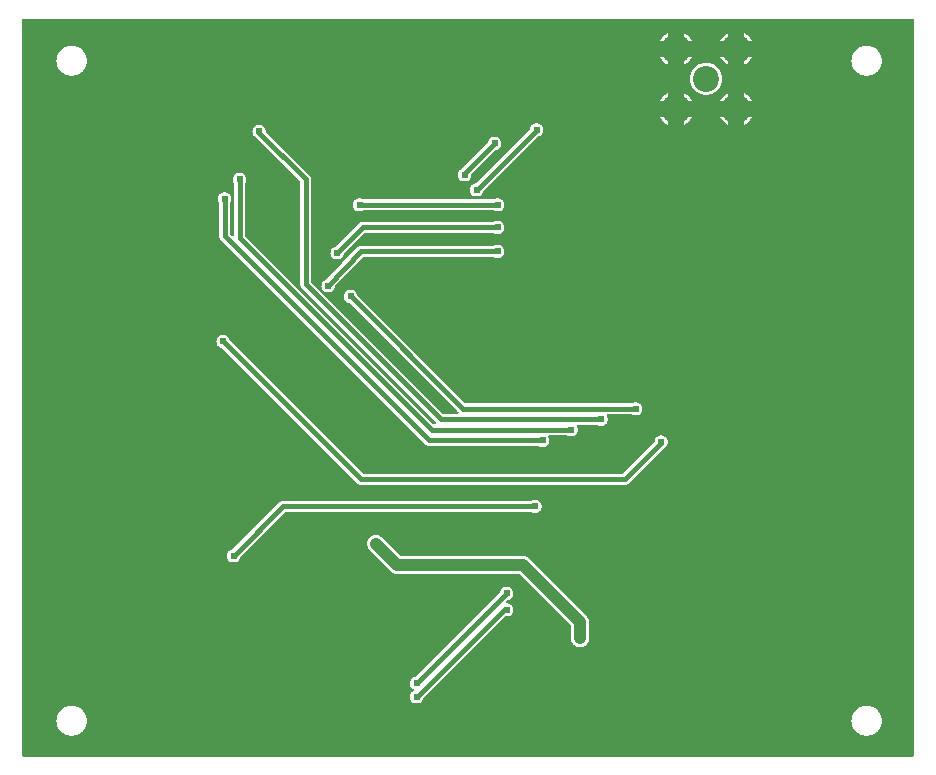
<source format=gbl>
G04 Layer: BottomLayer*
G04 EasyEDA v6.5.23, 2023-05-23 22:52:14*
G04 b64d56a2c64b479e9c3a0f4ea2cfd69e,619bf967d5dd4da89e17e2f86567f5d7,10*
G04 Gerber Generator version 0.2*
G04 Scale: 100 percent, Rotated: No, Reflected: No *
G04 Dimensions in millimeters *
G04 leading zeros omitted , absolute positions ,4 integer and 5 decimal *
%FSLAX45Y45*%
%MOMM*%

%ADD10C,1.0000*%
%ADD11C,0.4000*%
%ADD12C,2.2000*%
%ADD13C,2.5000*%
%ADD14C,0.6096*%
%ADD15C,0.0106*%

%LPD*%
G36*
X736092Y3125978D02*
G01*
X732180Y3126740D01*
X728929Y3128975D01*
X726694Y3132226D01*
X725932Y3136138D01*
X725932Y9363964D01*
X726694Y9367875D01*
X728929Y9371126D01*
X732180Y9373362D01*
X736092Y9374124D01*
X8263890Y9374124D01*
X8267801Y9373362D01*
X8271052Y9371126D01*
X8273288Y9367875D01*
X8274050Y9363964D01*
X8274050Y3136138D01*
X8273288Y3132226D01*
X8271052Y3128975D01*
X8267801Y3126740D01*
X8263890Y3125978D01*
G37*

%LPC*%
G36*
X7874000Y3301492D02*
G01*
X7889392Y3302457D01*
X7904530Y3305200D01*
X7919212Y3309772D01*
X7933232Y3316122D01*
X7946440Y3324098D01*
X7958531Y3333597D01*
X7969402Y3344468D01*
X7978902Y3356559D01*
X7986877Y3369767D01*
X7993227Y3383787D01*
X7997799Y3398469D01*
X8000542Y3413607D01*
X8001508Y3429000D01*
X8000542Y3444392D01*
X7997799Y3459530D01*
X7993227Y3474212D01*
X7986877Y3488232D01*
X7978902Y3501440D01*
X7969402Y3513531D01*
X7958531Y3524402D01*
X7946440Y3533901D01*
X7933232Y3541877D01*
X7919212Y3548227D01*
X7904530Y3552799D01*
X7889392Y3555542D01*
X7874000Y3556508D01*
X7858607Y3555542D01*
X7843469Y3552799D01*
X7828788Y3548227D01*
X7814767Y3541877D01*
X7801559Y3533901D01*
X7789468Y3524402D01*
X7778597Y3513531D01*
X7769098Y3501440D01*
X7761122Y3488232D01*
X7754772Y3474212D01*
X7750200Y3459530D01*
X7747457Y3444392D01*
X7746492Y3429000D01*
X7747457Y3413607D01*
X7750200Y3398469D01*
X7754772Y3383787D01*
X7761122Y3369767D01*
X7769098Y3356559D01*
X7778597Y3344468D01*
X7789468Y3333597D01*
X7801559Y3324098D01*
X7814767Y3316122D01*
X7828788Y3309772D01*
X7843469Y3305200D01*
X7858607Y3302457D01*
G37*
G36*
X1143000Y3301492D02*
G01*
X1158392Y3302457D01*
X1173530Y3305200D01*
X1188212Y3309772D01*
X1202232Y3316122D01*
X1215440Y3324098D01*
X1227531Y3333597D01*
X1238402Y3344468D01*
X1247902Y3356559D01*
X1255877Y3369767D01*
X1262227Y3383787D01*
X1266799Y3398469D01*
X1269542Y3413607D01*
X1270508Y3429000D01*
X1269542Y3444392D01*
X1266799Y3459530D01*
X1262227Y3474212D01*
X1255877Y3488232D01*
X1247902Y3501440D01*
X1238402Y3513531D01*
X1227531Y3524402D01*
X1215440Y3533901D01*
X1202232Y3541877D01*
X1188212Y3548227D01*
X1173530Y3552799D01*
X1158392Y3555542D01*
X1143000Y3556508D01*
X1127607Y3555542D01*
X1112469Y3552799D01*
X1097788Y3548227D01*
X1083767Y3541877D01*
X1070559Y3533901D01*
X1058468Y3524402D01*
X1047597Y3513531D01*
X1038098Y3501440D01*
X1030122Y3488232D01*
X1023772Y3474212D01*
X1019200Y3459530D01*
X1016457Y3444392D01*
X1015492Y3429000D01*
X1016457Y3413607D01*
X1019200Y3398469D01*
X1023772Y3383787D01*
X1030122Y3369767D01*
X1038098Y3356559D01*
X1047597Y3344468D01*
X1058468Y3333597D01*
X1070559Y3324098D01*
X1083767Y3316122D01*
X1097788Y3309772D01*
X1112469Y3305200D01*
X1127607Y3302457D01*
G37*
G36*
X4064000Y3575862D02*
G01*
X4073804Y3576726D01*
X4083253Y3579266D01*
X4092194Y3583381D01*
X4100220Y3589020D01*
X4107179Y3595979D01*
X4112818Y3604006D01*
X4116933Y3612946D01*
X4118914Y3620262D01*
X4119930Y3622700D01*
X4121556Y3624834D01*
X4807204Y4310481D01*
X4810912Y4312818D01*
X4815281Y4313377D01*
X4826000Y4312462D01*
X4835804Y4313326D01*
X4845253Y4315866D01*
X4854194Y4319981D01*
X4862220Y4325620D01*
X4869180Y4332579D01*
X4874818Y4340606D01*
X4878933Y4349546D01*
X4881473Y4358995D01*
X4882337Y4368800D01*
X4881473Y4378604D01*
X4878933Y4388053D01*
X4874818Y4396994D01*
X4869180Y4405020D01*
X4862220Y4411980D01*
X4854194Y4417618D01*
X4845253Y4421733D01*
X4835804Y4424273D01*
X4830775Y4424730D01*
X4827066Y4425797D01*
X4824069Y4428083D01*
X4822088Y4431385D01*
X4821478Y4435144D01*
X4822342Y4438853D01*
X4824476Y4442053D01*
X4833366Y4450943D01*
X4835499Y4452569D01*
X4837938Y4453585D01*
X4845253Y4455566D01*
X4854194Y4459681D01*
X4862220Y4465320D01*
X4869180Y4472279D01*
X4874818Y4480306D01*
X4878933Y4489246D01*
X4881473Y4498695D01*
X4882337Y4508500D01*
X4881473Y4518304D01*
X4878933Y4527753D01*
X4874818Y4536694D01*
X4869180Y4544720D01*
X4862220Y4551680D01*
X4854194Y4557318D01*
X4845253Y4561433D01*
X4835804Y4563973D01*
X4826000Y4564837D01*
X4816195Y4563973D01*
X4806746Y4561433D01*
X4797806Y4557318D01*
X4789779Y4551680D01*
X4782820Y4544720D01*
X4777181Y4536694D01*
X4773066Y4527753D01*
X4771085Y4520438D01*
X4770069Y4517999D01*
X4768443Y4515866D01*
X4056634Y3804056D01*
X4054500Y3802430D01*
X4052062Y3801414D01*
X4044746Y3799433D01*
X4035806Y3795318D01*
X4027779Y3789679D01*
X4020820Y3782720D01*
X4015181Y3774694D01*
X4011066Y3765753D01*
X4008526Y3756304D01*
X4007662Y3746500D01*
X4008526Y3736695D01*
X4011066Y3727246D01*
X4015181Y3718306D01*
X4020820Y3710279D01*
X4027779Y3703320D01*
X4035856Y3697681D01*
X4038549Y3694887D01*
X4040022Y3691280D01*
X4040022Y3687419D01*
X4038549Y3683812D01*
X4035856Y3681018D01*
X4027779Y3675379D01*
X4020820Y3668420D01*
X4015181Y3660394D01*
X4011066Y3651453D01*
X4008526Y3642004D01*
X4007662Y3632200D01*
X4008526Y3622395D01*
X4011066Y3612946D01*
X4015181Y3604006D01*
X4020820Y3595979D01*
X4027779Y3589020D01*
X4035806Y3583381D01*
X4044746Y3579266D01*
X4054195Y3576726D01*
G37*
G36*
X5442610Y4051808D02*
G01*
X5453989Y4051808D01*
X5465165Y4053535D01*
X5476036Y4056887D01*
X5486247Y4061764D01*
X5495594Y4068165D01*
X5503926Y4075887D01*
X5510987Y4084777D01*
X5516676Y4094581D01*
X5520791Y4105148D01*
X5523331Y4116171D01*
X5524195Y4127855D01*
X5524144Y4269841D01*
X5523331Y4278680D01*
X5522925Y4281119D01*
X5520791Y4289755D01*
X5520029Y4292092D01*
X5516626Y4300321D01*
X5515508Y4302506D01*
X5510885Y4310126D01*
X5503824Y4318965D01*
X5017465Y4805324D01*
X5008626Y4812385D01*
X5001006Y4817008D01*
X4998821Y4818126D01*
X4990592Y4821529D01*
X4988255Y4822291D01*
X4979619Y4824425D01*
X4977180Y4824831D01*
X4968341Y4825644D01*
X3934561Y4825695D01*
X3930650Y4826457D01*
X3927348Y4828692D01*
X3775049Y4980990D01*
X3766159Y4988661D01*
X3756558Y4994706D01*
X3746144Y4999228D01*
X3735222Y5002174D01*
X3723944Y5003444D01*
X3712616Y5002987D01*
X3701440Y5000904D01*
X3690772Y4997145D01*
X3680714Y4991862D01*
X3671620Y4985105D01*
X3663594Y4977079D01*
X3656837Y4967986D01*
X3651554Y4957927D01*
X3647795Y4947259D01*
X3645712Y4936083D01*
X3645255Y4924755D01*
X3646525Y4913477D01*
X3649472Y4902555D01*
X3653993Y4892141D01*
X3660038Y4882540D01*
X3667709Y4873650D01*
X3847134Y4694275D01*
X3855974Y4687214D01*
X3863594Y4682591D01*
X3865778Y4681474D01*
X3874008Y4678070D01*
X3876344Y4677308D01*
X3884980Y4675174D01*
X3887419Y4674768D01*
X3896258Y4673955D01*
X4930038Y4673904D01*
X4933950Y4673142D01*
X4937252Y4670907D01*
X5369407Y4238752D01*
X5371642Y4235450D01*
X5372404Y4231538D01*
X5372404Y4127855D01*
X5373268Y4116171D01*
X5375808Y4105148D01*
X5379923Y4094581D01*
X5385612Y4084777D01*
X5392674Y4075887D01*
X5401005Y4068165D01*
X5410352Y4061764D01*
X5420563Y4056887D01*
X5431434Y4053535D01*
G37*
G36*
X2514600Y4769662D02*
G01*
X2524404Y4770526D01*
X2533853Y4773066D01*
X2542794Y4777181D01*
X2550820Y4782820D01*
X2557780Y4789779D01*
X2563418Y4797806D01*
X2567533Y4806746D01*
X2569514Y4814062D01*
X2570530Y4816500D01*
X2572156Y4818634D01*
X2949752Y5196230D01*
X2953054Y5198414D01*
X2956915Y5199176D01*
X5031790Y5199176D01*
X5034838Y5198719D01*
X5039106Y5196281D01*
X5048046Y5192166D01*
X5057495Y5189626D01*
X5067300Y5188762D01*
X5077104Y5189626D01*
X5086553Y5192166D01*
X5095494Y5196281D01*
X5103520Y5201920D01*
X5110480Y5208879D01*
X5116118Y5216906D01*
X5120233Y5225846D01*
X5122773Y5235295D01*
X5123637Y5245100D01*
X5122773Y5254904D01*
X5120233Y5264353D01*
X5116118Y5273294D01*
X5110480Y5281320D01*
X5103520Y5288280D01*
X5095494Y5293918D01*
X5086553Y5298033D01*
X5077104Y5300573D01*
X5067300Y5301437D01*
X5057495Y5300573D01*
X5048046Y5298033D01*
X5039106Y5293918D01*
X5034838Y5291480D01*
X5031790Y5291023D01*
X2931922Y5290972D01*
X2923184Y5289753D01*
X2915158Y5287060D01*
X2907792Y5282946D01*
X2900883Y5277205D01*
X2507234Y4883556D01*
X2505100Y4881930D01*
X2502662Y4880914D01*
X2495346Y4878933D01*
X2486406Y4874818D01*
X2478379Y4869180D01*
X2471420Y4862220D01*
X2465781Y4854194D01*
X2461666Y4845253D01*
X2459126Y4835804D01*
X2458262Y4826000D01*
X2459126Y4816195D01*
X2461666Y4806746D01*
X2465781Y4797806D01*
X2471420Y4789779D01*
X2478379Y4782820D01*
X2486406Y4777181D01*
X2495346Y4773066D01*
X2504795Y4770526D01*
G37*
G36*
X3594557Y5427776D02*
G01*
X5831078Y5427827D01*
X5839815Y5429046D01*
X5847842Y5431739D01*
X5855208Y5435854D01*
X5862116Y5441594D01*
X6163818Y5743295D01*
X6170320Y5748020D01*
X6177280Y5754979D01*
X6182918Y5763006D01*
X6187033Y5771946D01*
X6189573Y5781395D01*
X6190437Y5791200D01*
X6189573Y5801004D01*
X6187033Y5810453D01*
X6182918Y5819394D01*
X6177280Y5827420D01*
X6170320Y5834380D01*
X6162294Y5840018D01*
X6153353Y5844133D01*
X6143904Y5846673D01*
X6134100Y5847537D01*
X6124295Y5846673D01*
X6114846Y5844133D01*
X6105906Y5840018D01*
X6097879Y5834380D01*
X6090920Y5827420D01*
X6085281Y5819394D01*
X6081166Y5810453D01*
X6078626Y5801004D01*
X6077661Y5790387D01*
X6076746Y5786932D01*
X6074765Y5784088D01*
X5813247Y5522569D01*
X5809945Y5520385D01*
X5806084Y5519623D01*
X3617315Y5519623D01*
X3613454Y5520385D01*
X3610152Y5522569D01*
X2483256Y6649466D01*
X2481630Y6651599D01*
X2480614Y6654038D01*
X2478633Y6661353D01*
X2474518Y6670294D01*
X2468880Y6678320D01*
X2461920Y6685280D01*
X2453894Y6690918D01*
X2444953Y6695033D01*
X2435504Y6697573D01*
X2425700Y6698437D01*
X2415895Y6697573D01*
X2406446Y6695033D01*
X2397506Y6690918D01*
X2389479Y6685280D01*
X2382520Y6678320D01*
X2376881Y6670294D01*
X2372766Y6661353D01*
X2370226Y6651904D01*
X2369362Y6642100D01*
X2370226Y6632295D01*
X2372766Y6622846D01*
X2376881Y6613906D01*
X2382520Y6605879D01*
X2389479Y6598920D01*
X2397506Y6593281D01*
X2406446Y6589166D01*
X2413762Y6587185D01*
X2416200Y6586169D01*
X2418334Y6584543D01*
X3562908Y5440019D01*
X3569970Y5434685D01*
X3577539Y5430926D01*
X3585667Y5428640D01*
G37*
G36*
X5130800Y5747562D02*
G01*
X5140604Y5748426D01*
X5150053Y5750966D01*
X5158994Y5755081D01*
X5167020Y5760720D01*
X5173980Y5767679D01*
X5179618Y5775706D01*
X5183733Y5784646D01*
X5186273Y5794095D01*
X5187137Y5803900D01*
X5186273Y5813704D01*
X5183733Y5823153D01*
X5179415Y5832449D01*
X5178501Y5836361D01*
X5179161Y5840374D01*
X5181346Y5843778D01*
X5184648Y5846064D01*
X5188661Y5846876D01*
X5336590Y5846876D01*
X5339638Y5846419D01*
X5343906Y5843981D01*
X5352846Y5839866D01*
X5362295Y5837326D01*
X5372100Y5836462D01*
X5381904Y5837326D01*
X5391353Y5839866D01*
X5400294Y5843981D01*
X5408320Y5849620D01*
X5415280Y5856579D01*
X5420918Y5864606D01*
X5425033Y5873546D01*
X5427573Y5882995D01*
X5428437Y5892800D01*
X5427573Y5902604D01*
X5425033Y5912053D01*
X5420715Y5921349D01*
X5419801Y5925261D01*
X5420461Y5929274D01*
X5422646Y5932678D01*
X5425948Y5934964D01*
X5429961Y5935776D01*
X5590590Y5935776D01*
X5593638Y5935319D01*
X5597906Y5932881D01*
X5606846Y5928766D01*
X5616295Y5926226D01*
X5626100Y5925362D01*
X5635904Y5926226D01*
X5645353Y5928766D01*
X5654294Y5932881D01*
X5662320Y5938520D01*
X5669280Y5945479D01*
X5674918Y5953506D01*
X5679033Y5962446D01*
X5681573Y5971895D01*
X5682437Y5981700D01*
X5681573Y5991504D01*
X5679033Y6000953D01*
X5674715Y6010249D01*
X5673801Y6014161D01*
X5674461Y6018174D01*
X5676646Y6021578D01*
X5679948Y6023864D01*
X5683961Y6024676D01*
X5882690Y6024676D01*
X5885738Y6024219D01*
X5890006Y6021781D01*
X5898946Y6017666D01*
X5908395Y6015126D01*
X5918200Y6014262D01*
X5928004Y6015126D01*
X5937453Y6017666D01*
X5946394Y6021781D01*
X5954420Y6027420D01*
X5961380Y6034379D01*
X5967018Y6042406D01*
X5971133Y6051346D01*
X5973673Y6060795D01*
X5974537Y6070600D01*
X5973673Y6080404D01*
X5971133Y6089853D01*
X5967018Y6098794D01*
X5961380Y6106820D01*
X5954420Y6113780D01*
X5946394Y6119418D01*
X5937453Y6123533D01*
X5928004Y6126073D01*
X5918200Y6126937D01*
X5908395Y6126073D01*
X5898946Y6123533D01*
X5890006Y6119418D01*
X5885738Y6116980D01*
X5882690Y6116523D01*
X4480915Y6116523D01*
X4477054Y6117285D01*
X4473752Y6119469D01*
X3562756Y7030466D01*
X3561130Y7032599D01*
X3560114Y7035038D01*
X3558133Y7042353D01*
X3554018Y7051294D01*
X3548379Y7059320D01*
X3541420Y7066280D01*
X3533394Y7071918D01*
X3524453Y7076033D01*
X3515004Y7078573D01*
X3505200Y7079437D01*
X3495395Y7078573D01*
X3485946Y7076033D01*
X3477006Y7071918D01*
X3468979Y7066280D01*
X3462020Y7059320D01*
X3456381Y7051294D01*
X3452266Y7042353D01*
X3449726Y7032904D01*
X3448862Y7023100D01*
X3449726Y7013295D01*
X3452266Y7003846D01*
X3456381Y6994906D01*
X3462020Y6986879D01*
X3468979Y6979920D01*
X3477006Y6974281D01*
X3485946Y6970166D01*
X3493262Y6968185D01*
X3495700Y6967169D01*
X3497834Y6965543D01*
X4418431Y6044946D01*
X4420616Y6041644D01*
X4421378Y6037783D01*
X4420616Y6033871D01*
X4418431Y6030569D01*
X4415129Y6028385D01*
X4411218Y6027623D01*
X4290415Y6027623D01*
X4286554Y6028385D01*
X4283252Y6030569D01*
X3173069Y7140752D01*
X3170885Y7144054D01*
X3170123Y7147915D01*
X3170072Y8015478D01*
X3168853Y8024215D01*
X3166160Y8032242D01*
X3162046Y8039608D01*
X3156305Y8046516D01*
X2789834Y8412988D01*
X2787853Y8415832D01*
X2786938Y8419287D01*
X2785973Y8429904D01*
X2783433Y8439353D01*
X2779318Y8448294D01*
X2773680Y8456320D01*
X2766720Y8463280D01*
X2758694Y8468918D01*
X2749753Y8473033D01*
X2740304Y8475573D01*
X2730500Y8476437D01*
X2720695Y8475573D01*
X2711246Y8473033D01*
X2702306Y8468918D01*
X2694279Y8463280D01*
X2687320Y8456320D01*
X2681681Y8448294D01*
X2677566Y8439353D01*
X2675026Y8429904D01*
X2674162Y8420100D01*
X2675026Y8410295D01*
X2677566Y8400846D01*
X2681681Y8391906D01*
X2687320Y8383879D01*
X2694279Y8376920D01*
X2700782Y8372195D01*
X3075330Y7997647D01*
X3077514Y7994345D01*
X3078276Y7990484D01*
X3078327Y7122922D01*
X3079546Y7114184D01*
X3082239Y7106158D01*
X3086354Y7098792D01*
X3092094Y7091883D01*
X4227931Y5956046D01*
X4230116Y5952744D01*
X4230878Y5948883D01*
X4230116Y5944971D01*
X4227931Y5941669D01*
X4224629Y5939485D01*
X4220718Y5938723D01*
X4214215Y5938723D01*
X4210354Y5939485D01*
X4207052Y5941669D01*
X2614269Y7534452D01*
X2612085Y7537754D01*
X2611323Y7541615D01*
X2611323Y7978190D01*
X2611780Y7981238D01*
X2614218Y7985506D01*
X2618333Y7994446D01*
X2620873Y8003895D01*
X2621737Y8013700D01*
X2620873Y8023504D01*
X2618333Y8032953D01*
X2614218Y8041894D01*
X2608580Y8049920D01*
X2601620Y8056880D01*
X2593594Y8062518D01*
X2584653Y8066633D01*
X2575204Y8069173D01*
X2565400Y8070037D01*
X2555595Y8069173D01*
X2546146Y8066633D01*
X2537206Y8062518D01*
X2529179Y8056880D01*
X2522220Y8049920D01*
X2516581Y8041894D01*
X2512466Y8032953D01*
X2509926Y8023504D01*
X2509062Y8013700D01*
X2509926Y8003895D01*
X2512466Y7994446D01*
X2516581Y7985506D01*
X2519019Y7981238D01*
X2519476Y7978190D01*
X2519476Y7539481D01*
X2518714Y7535570D01*
X2516530Y7532268D01*
X2513228Y7530084D01*
X2509316Y7529322D01*
X2505456Y7530084D01*
X2502154Y7532268D01*
X2487269Y7547152D01*
X2485085Y7550454D01*
X2484323Y7554315D01*
X2484323Y7813090D01*
X2484780Y7816138D01*
X2487218Y7820406D01*
X2491333Y7829346D01*
X2493873Y7838795D01*
X2494737Y7848600D01*
X2493873Y7858404D01*
X2491333Y7867853D01*
X2487218Y7876794D01*
X2481580Y7884820D01*
X2474620Y7891780D01*
X2466594Y7897418D01*
X2457653Y7901533D01*
X2448204Y7904073D01*
X2438400Y7904937D01*
X2428595Y7904073D01*
X2419146Y7901533D01*
X2410206Y7897418D01*
X2402179Y7891780D01*
X2395220Y7884820D01*
X2389581Y7876794D01*
X2385466Y7867853D01*
X2382926Y7858404D01*
X2382062Y7848600D01*
X2382926Y7838795D01*
X2385466Y7829346D01*
X2389581Y7820406D01*
X2392019Y7816138D01*
X2392476Y7813090D01*
X2392527Y7529322D01*
X2393746Y7520584D01*
X2396439Y7512558D01*
X2400554Y7505192D01*
X2406294Y7498283D01*
X4134408Y5770219D01*
X4141470Y5764885D01*
X4149039Y5761126D01*
X4157167Y5758840D01*
X4166057Y5757976D01*
X5095290Y5757976D01*
X5098338Y5757519D01*
X5102606Y5755081D01*
X5111546Y5750966D01*
X5120995Y5748426D01*
G37*
G36*
X3314700Y7055662D02*
G01*
X3324504Y7056526D01*
X3333953Y7059066D01*
X3342894Y7063181D01*
X3350920Y7068820D01*
X3357879Y7075779D01*
X3363518Y7083806D01*
X3367633Y7092746D01*
X3370021Y7101636D01*
X3370986Y7103973D01*
X3372510Y7106005D01*
X3610711Y7355078D01*
X3614064Y7357364D01*
X3618077Y7358176D01*
X4714290Y7358176D01*
X4717338Y7357719D01*
X4721606Y7355281D01*
X4730546Y7351166D01*
X4739995Y7348626D01*
X4749800Y7347762D01*
X4759604Y7348626D01*
X4769053Y7351166D01*
X4777994Y7355281D01*
X4786020Y7360920D01*
X4792980Y7367879D01*
X4798618Y7375906D01*
X4802733Y7384846D01*
X4805273Y7394295D01*
X4806137Y7404100D01*
X4805273Y7413904D01*
X4802733Y7423353D01*
X4798618Y7432294D01*
X4792980Y7440320D01*
X4786020Y7447280D01*
X4777994Y7452918D01*
X4769053Y7457033D01*
X4759604Y7459573D01*
X4749800Y7460437D01*
X4739995Y7459573D01*
X4730546Y7457033D01*
X4721606Y7452918D01*
X4717338Y7450480D01*
X4714290Y7450023D01*
X3591102Y7449921D01*
X3585565Y7449210D01*
X3582720Y7448550D01*
X3577386Y7446873D01*
X3574745Y7445705D01*
X3569817Y7443063D01*
X3567429Y7441438D01*
X3563112Y7437932D01*
X3306013Y7169302D01*
X3303828Y7167575D01*
X3301288Y7166508D01*
X3295446Y7164933D01*
X3286506Y7160818D01*
X3278479Y7155180D01*
X3271520Y7148220D01*
X3265881Y7140194D01*
X3261766Y7131253D01*
X3259226Y7121804D01*
X3258362Y7112000D01*
X3259226Y7102195D01*
X3261766Y7092746D01*
X3265881Y7083806D01*
X3271520Y7075779D01*
X3278479Y7068820D01*
X3286506Y7063181D01*
X3295446Y7059066D01*
X3304895Y7056526D01*
G37*
G36*
X3390900Y7335062D02*
G01*
X3400704Y7335926D01*
X3410153Y7338466D01*
X3419094Y7342581D01*
X3427120Y7348220D01*
X3434079Y7355179D01*
X3439718Y7363206D01*
X3443833Y7372146D01*
X3445814Y7379462D01*
X3446830Y7381900D01*
X3448456Y7384034D01*
X3622852Y7558430D01*
X3626154Y7560614D01*
X3630015Y7561376D01*
X4714290Y7561376D01*
X4717338Y7560919D01*
X4721606Y7558481D01*
X4730546Y7554366D01*
X4739995Y7551826D01*
X4749800Y7550962D01*
X4759604Y7551826D01*
X4769053Y7554366D01*
X4777994Y7558481D01*
X4786020Y7564120D01*
X4792980Y7571079D01*
X4798618Y7579106D01*
X4802733Y7588046D01*
X4805273Y7597495D01*
X4806137Y7607300D01*
X4805273Y7617104D01*
X4802733Y7626553D01*
X4798618Y7635494D01*
X4792980Y7643520D01*
X4786020Y7650480D01*
X4777994Y7656118D01*
X4769053Y7660233D01*
X4759604Y7662773D01*
X4749800Y7663637D01*
X4739995Y7662773D01*
X4730546Y7660233D01*
X4721606Y7656118D01*
X4717338Y7653680D01*
X4714290Y7653223D01*
X3605022Y7653172D01*
X3596284Y7651953D01*
X3588258Y7649260D01*
X3580892Y7645146D01*
X3573983Y7639405D01*
X3383534Y7448956D01*
X3381400Y7447330D01*
X3378962Y7446314D01*
X3371646Y7444333D01*
X3362706Y7440218D01*
X3354679Y7434580D01*
X3347720Y7427620D01*
X3342081Y7419594D01*
X3337966Y7410653D01*
X3335426Y7401204D01*
X3334562Y7391400D01*
X3335426Y7381595D01*
X3337966Y7372146D01*
X3342081Y7363206D01*
X3347720Y7355179D01*
X3354679Y7348220D01*
X3362706Y7342581D01*
X3371646Y7338466D01*
X3381095Y7335926D01*
G37*
G36*
X3581400Y7741462D02*
G01*
X3591204Y7742326D01*
X3600653Y7744866D01*
X3609594Y7748981D01*
X3613861Y7751419D01*
X3616909Y7751876D01*
X4714290Y7751876D01*
X4717338Y7751419D01*
X4721606Y7748981D01*
X4730546Y7744866D01*
X4739995Y7742326D01*
X4749800Y7741462D01*
X4759604Y7742326D01*
X4769053Y7744866D01*
X4777994Y7748981D01*
X4786020Y7754620D01*
X4792980Y7761579D01*
X4798618Y7769606D01*
X4802733Y7778546D01*
X4805273Y7787995D01*
X4806137Y7797800D01*
X4805273Y7807604D01*
X4802733Y7817053D01*
X4798618Y7825994D01*
X4792980Y7834020D01*
X4786020Y7840980D01*
X4777994Y7846618D01*
X4769053Y7850733D01*
X4759604Y7853273D01*
X4749800Y7854137D01*
X4739995Y7853273D01*
X4730546Y7850733D01*
X4721606Y7846618D01*
X4717338Y7844180D01*
X4714290Y7843723D01*
X3616909Y7843723D01*
X3613861Y7844180D01*
X3609594Y7846618D01*
X3600653Y7850733D01*
X3591204Y7853273D01*
X3581400Y7854137D01*
X3571595Y7853273D01*
X3562146Y7850733D01*
X3553206Y7846618D01*
X3545179Y7840980D01*
X3538220Y7834020D01*
X3532581Y7825994D01*
X3528466Y7817053D01*
X3525926Y7807604D01*
X3525062Y7797800D01*
X3525926Y7787995D01*
X3528466Y7778546D01*
X3532581Y7769606D01*
X3538220Y7761579D01*
X3545179Y7754620D01*
X3553206Y7748981D01*
X3562146Y7744866D01*
X3571595Y7742326D01*
G37*
G36*
X4572000Y7868462D02*
G01*
X4581804Y7869326D01*
X4591253Y7871866D01*
X4600194Y7875981D01*
X4608220Y7881620D01*
X4615180Y7888579D01*
X4620818Y7896606D01*
X4624933Y7905546D01*
X4626914Y7912862D01*
X4627930Y7915300D01*
X4629556Y7917434D01*
X5087366Y8375243D01*
X5089499Y8376869D01*
X5091938Y8377885D01*
X5099253Y8379866D01*
X5108194Y8383981D01*
X5116220Y8389620D01*
X5123180Y8396579D01*
X5128818Y8404606D01*
X5132933Y8413546D01*
X5135473Y8422995D01*
X5136337Y8432800D01*
X5135473Y8442604D01*
X5132933Y8452053D01*
X5128818Y8460994D01*
X5123180Y8469020D01*
X5116220Y8475980D01*
X5108194Y8481618D01*
X5099253Y8485733D01*
X5089804Y8488273D01*
X5080000Y8489137D01*
X5070195Y8488273D01*
X5060746Y8485733D01*
X5051806Y8481618D01*
X5043779Y8475980D01*
X5036820Y8469020D01*
X5031181Y8460994D01*
X5027066Y8452053D01*
X5025085Y8444738D01*
X5024069Y8442299D01*
X5022443Y8440166D01*
X4564634Y7982356D01*
X4562500Y7980730D01*
X4560062Y7979714D01*
X4552746Y7977733D01*
X4543806Y7973618D01*
X4535779Y7967980D01*
X4528820Y7961020D01*
X4523181Y7952994D01*
X4519066Y7944053D01*
X4516526Y7934604D01*
X4515662Y7924800D01*
X4516526Y7914995D01*
X4519066Y7905546D01*
X4523181Y7896606D01*
X4528820Y7888579D01*
X4535779Y7881620D01*
X4543806Y7875981D01*
X4552746Y7871866D01*
X4562195Y7869326D01*
G37*
G36*
X4470400Y7995462D02*
G01*
X4480204Y7996326D01*
X4489653Y7998866D01*
X4498594Y8002981D01*
X4506620Y8008620D01*
X4513580Y8015579D01*
X4519218Y8023606D01*
X4523333Y8032546D01*
X4525873Y8041995D01*
X4526838Y8052612D01*
X4527753Y8056067D01*
X4529734Y8058912D01*
X4731766Y8260943D01*
X4733899Y8262569D01*
X4736338Y8263585D01*
X4743653Y8265566D01*
X4752594Y8269681D01*
X4760620Y8275320D01*
X4767580Y8282279D01*
X4773218Y8290306D01*
X4777333Y8299246D01*
X4779873Y8308695D01*
X4780737Y8318500D01*
X4779873Y8328304D01*
X4777333Y8337753D01*
X4773218Y8346694D01*
X4767580Y8354720D01*
X4760620Y8361680D01*
X4752594Y8367318D01*
X4743653Y8371433D01*
X4734204Y8373973D01*
X4724400Y8374837D01*
X4714595Y8373973D01*
X4705146Y8371433D01*
X4696206Y8367318D01*
X4688179Y8361680D01*
X4681220Y8354720D01*
X4675581Y8346694D01*
X4671466Y8337753D01*
X4669485Y8330438D01*
X4668469Y8327999D01*
X4666843Y8325866D01*
X4440682Y8099704D01*
X4434179Y8094980D01*
X4427220Y8088020D01*
X4421581Y8079994D01*
X4417466Y8071053D01*
X4414926Y8061604D01*
X4414062Y8051800D01*
X4414926Y8041995D01*
X4417466Y8032546D01*
X4421581Y8023606D01*
X4427220Y8015579D01*
X4434179Y8008620D01*
X4442206Y8002981D01*
X4451146Y7998866D01*
X4460595Y7996326D01*
G37*
G36*
X6328968Y8475522D02*
G01*
X6340398Y8481822D01*
X6354165Y8491626D01*
X6366814Y8502904D01*
X6378092Y8515502D01*
X6387846Y8529320D01*
X6394196Y8540750D01*
X6328968Y8540750D01*
G37*
G36*
X6701231Y8475522D02*
G01*
X6701231Y8540750D01*
X6636003Y8540750D01*
X6642353Y8529320D01*
X6652107Y8515502D01*
X6663385Y8502904D01*
X6676034Y8491626D01*
X6689801Y8481822D01*
G37*
G36*
X6838950Y8475522D02*
G01*
X6850380Y8481822D01*
X6864197Y8491626D01*
X6876796Y8502904D01*
X6888073Y8515502D01*
X6897878Y8529320D01*
X6904177Y8540750D01*
X6838950Y8540750D01*
G37*
G36*
X6191250Y8475522D02*
G01*
X6191250Y8540750D01*
X6126022Y8540750D01*
X6132322Y8529320D01*
X6142126Y8515502D01*
X6153404Y8502904D01*
X6166002Y8491626D01*
X6179820Y8481822D01*
G37*
G36*
X6636003Y8678468D02*
G01*
X6701231Y8678468D01*
X6701231Y8743696D01*
X6689801Y8737346D01*
X6676034Y8727592D01*
X6663385Y8716314D01*
X6652107Y8703665D01*
X6642353Y8689898D01*
G37*
G36*
X6328968Y8678468D02*
G01*
X6394196Y8678468D01*
X6387846Y8689898D01*
X6378092Y8703665D01*
X6366814Y8716314D01*
X6354165Y8727592D01*
X6340398Y8737346D01*
X6328968Y8743696D01*
G37*
G36*
X6126022Y8678468D02*
G01*
X6191250Y8678468D01*
X6191250Y8743696D01*
X6179820Y8737346D01*
X6166002Y8727592D01*
X6153404Y8716314D01*
X6142126Y8703665D01*
X6132322Y8689898D01*
G37*
G36*
X6838950Y8678468D02*
G01*
X6904177Y8678468D01*
X6897878Y8689898D01*
X6888073Y8703665D01*
X6876796Y8716314D01*
X6864197Y8727592D01*
X6850380Y8737346D01*
X6838950Y8743696D01*
G37*
G36*
X6515100Y8728710D02*
G01*
X6530898Y8729624D01*
X6546443Y8732367D01*
X6561581Y8736888D01*
X6576110Y8743188D01*
X6589775Y8751062D01*
X6602475Y8760510D01*
X6613956Y8771331D01*
X6624116Y8783472D01*
X6632803Y8796680D01*
X6639864Y8810802D01*
X6645300Y8825636D01*
X6648907Y8841028D01*
X6650786Y8856726D01*
X6650786Y8872524D01*
X6648907Y8888222D01*
X6645300Y8903563D01*
X6639864Y8918448D01*
X6632803Y8932570D01*
X6624116Y8945727D01*
X6613956Y8957868D01*
X6602475Y8968689D01*
X6589775Y8978138D01*
X6576110Y8986062D01*
X6561581Y8992311D01*
X6546443Y8996832D01*
X6530898Y8999575D01*
X6515100Y9000490D01*
X6499352Y8999575D01*
X6483756Y8996832D01*
X6468618Y8992311D01*
X6454140Y8986062D01*
X6440424Y8978138D01*
X6427774Y8968689D01*
X6416243Y8957868D01*
X6406083Y8945727D01*
X6397396Y8932570D01*
X6390335Y8918448D01*
X6384899Y8903563D01*
X6381292Y8888222D01*
X6379464Y8872524D01*
X6379464Y8856726D01*
X6381292Y8841028D01*
X6384899Y8825636D01*
X6390335Y8810802D01*
X6397396Y8796680D01*
X6406083Y8783472D01*
X6416243Y8771331D01*
X6427774Y8760510D01*
X6440424Y8751062D01*
X6454140Y8743188D01*
X6468618Y8736888D01*
X6483756Y8732367D01*
X6499352Y8729624D01*
G37*
G36*
X7874000Y8889492D02*
G01*
X7889392Y8890457D01*
X7904530Y8893200D01*
X7919212Y8897772D01*
X7933232Y8904122D01*
X7946440Y8912098D01*
X7958531Y8921597D01*
X7969402Y8932468D01*
X7978902Y8944559D01*
X7986877Y8957767D01*
X7993227Y8971788D01*
X7997799Y8986469D01*
X8000542Y9001607D01*
X8001508Y9017000D01*
X8000542Y9032392D01*
X7997799Y9047530D01*
X7993227Y9062212D01*
X7986877Y9076232D01*
X7978902Y9089440D01*
X7969402Y9101531D01*
X7958531Y9112402D01*
X7946440Y9121902D01*
X7933232Y9129877D01*
X7919212Y9136227D01*
X7904530Y9140799D01*
X7889392Y9143542D01*
X7874000Y9144508D01*
X7858607Y9143542D01*
X7843469Y9140799D01*
X7828788Y9136227D01*
X7814767Y9129877D01*
X7801559Y9121902D01*
X7789468Y9112402D01*
X7778597Y9101531D01*
X7769098Y9089440D01*
X7761122Y9076232D01*
X7754772Y9062212D01*
X7750200Y9047530D01*
X7747457Y9032392D01*
X7746492Y9017000D01*
X7747457Y9001607D01*
X7750200Y8986469D01*
X7754772Y8971788D01*
X7761122Y8957767D01*
X7769098Y8944559D01*
X7778597Y8932468D01*
X7789468Y8921597D01*
X7801559Y8912098D01*
X7814767Y8904122D01*
X7828788Y8897772D01*
X7843469Y8893200D01*
X7858607Y8890457D01*
G37*
G36*
X1143000Y8889492D02*
G01*
X1158392Y8890457D01*
X1173530Y8893200D01*
X1188212Y8897772D01*
X1202232Y8904122D01*
X1215440Y8912098D01*
X1227531Y8921597D01*
X1238402Y8932468D01*
X1247902Y8944559D01*
X1255877Y8957767D01*
X1262227Y8971788D01*
X1266799Y8986469D01*
X1269542Y9001607D01*
X1270508Y9017000D01*
X1269542Y9032392D01*
X1266799Y9047530D01*
X1262227Y9062212D01*
X1255877Y9076232D01*
X1247902Y9089440D01*
X1238402Y9101531D01*
X1227531Y9112402D01*
X1215440Y9121902D01*
X1202232Y9129877D01*
X1188212Y9136227D01*
X1173530Y9140799D01*
X1158392Y9143542D01*
X1143000Y9144508D01*
X1127607Y9143542D01*
X1112469Y9140799D01*
X1097788Y9136227D01*
X1083767Y9129877D01*
X1070559Y9121902D01*
X1058468Y9112402D01*
X1047597Y9101531D01*
X1038098Y9089440D01*
X1030122Y9076232D01*
X1023772Y9062212D01*
X1019200Y9047530D01*
X1016457Y9032392D01*
X1015492Y9017000D01*
X1016457Y9001607D01*
X1019200Y8986469D01*
X1023772Y8971788D01*
X1030122Y8957767D01*
X1038098Y8944559D01*
X1047597Y8932468D01*
X1058468Y8921597D01*
X1070559Y8912098D01*
X1083767Y8904122D01*
X1097788Y8897772D01*
X1112469Y8893200D01*
X1127607Y8890457D01*
G37*
G36*
X6191250Y8985504D02*
G01*
X6191250Y9050731D01*
X6126022Y9050731D01*
X6132322Y9039301D01*
X6142126Y9025534D01*
X6153404Y9012885D01*
X6166002Y9001607D01*
X6179820Y8991854D01*
G37*
G36*
X6838950Y8985504D02*
G01*
X6850380Y8991854D01*
X6864197Y9001607D01*
X6876796Y9012885D01*
X6888073Y9025534D01*
X6897878Y9039301D01*
X6904177Y9050731D01*
X6838950Y9050731D01*
G37*
G36*
X6701231Y8985504D02*
G01*
X6701231Y9050731D01*
X6636003Y9050731D01*
X6642353Y9039301D01*
X6652107Y9025534D01*
X6663385Y9012885D01*
X6676034Y9001607D01*
X6689801Y8991854D01*
G37*
G36*
X6328968Y8985504D02*
G01*
X6340398Y8991854D01*
X6354165Y9001607D01*
X6366814Y9012885D01*
X6378092Y9025534D01*
X6387846Y9039301D01*
X6394196Y9050731D01*
X6328968Y9050731D01*
G37*
G36*
X6636003Y9188450D02*
G01*
X6701231Y9188450D01*
X6701231Y9253677D01*
X6689801Y9247378D01*
X6676034Y9237573D01*
X6663385Y9226296D01*
X6652107Y9213697D01*
X6642353Y9199880D01*
G37*
G36*
X6328968Y9188450D02*
G01*
X6394196Y9188450D01*
X6387846Y9199880D01*
X6378092Y9213697D01*
X6366814Y9226296D01*
X6354165Y9237573D01*
X6340398Y9247378D01*
X6328968Y9253677D01*
G37*
G36*
X6838950Y9188450D02*
G01*
X6904177Y9188450D01*
X6897878Y9199880D01*
X6888073Y9213697D01*
X6876796Y9226296D01*
X6864197Y9237573D01*
X6850380Y9247378D01*
X6838950Y9253677D01*
G37*
G36*
X6126022Y9188450D02*
G01*
X6191250Y9188450D01*
X6191250Y9253677D01*
X6179820Y9247378D01*
X6166002Y9237573D01*
X6153404Y9226296D01*
X6142126Y9213697D01*
X6132322Y9199880D01*
G37*

%LPD*%
D10*
X3721100Y4927600D02*
G01*
X3898900Y4749800D01*
X4965700Y4749800D01*
X5448300Y4267200D01*
X5448300Y4127500D01*
D11*
X4826000Y4508500D02*
G01*
X4064000Y3746500D01*
X4826000Y4368800D02*
G01*
X4800600Y4368800D01*
X4064000Y3632200D01*
X4572000Y7924800D02*
G01*
X5080000Y8432800D01*
X4470400Y8051800D02*
G01*
X4470400Y8064500D01*
X4724400Y8318500D01*
X5067300Y5245100D02*
G01*
X2933700Y5245100D01*
X2514600Y4826000D01*
X5626100Y5981700D02*
G01*
X4267200Y5981700D01*
X3124200Y7124700D01*
X3124200Y8013700D01*
X2730500Y8407400D01*
X2730500Y8420100D01*
X3581400Y7797800D02*
G01*
X4749800Y7797800D01*
X5918200Y6070600D02*
G01*
X4457700Y6070600D01*
X3505200Y7023100D01*
X4749800Y7404100D02*
G01*
X3594100Y7404100D01*
X3314700Y7112000D01*
X4749800Y7607300D02*
G01*
X3606800Y7607300D01*
X3390900Y7391400D01*
X5372100Y5892800D02*
G01*
X4191000Y5892800D01*
X2565400Y7518400D01*
X2565400Y8013700D01*
X5130800Y5803900D02*
G01*
X4165600Y5803900D01*
X2438400Y7531100D01*
X2438400Y7848600D01*
X2425700Y6642100D02*
G01*
X3594100Y5473700D01*
X5829300Y5473700D01*
X6134100Y5778500D01*
X6134100Y5791200D01*
D12*
G01*
X6515125Y8864600D03*
D13*
G01*
X6770115Y9119590D03*
G01*
X6260109Y9119590D03*
G01*
X6260109Y8609584D03*
G01*
X6770115Y8609584D03*
D14*
G01*
X4749800Y7607300D03*
G01*
X4749800Y7404100D03*
G01*
X5918200Y6070600D03*
G01*
X5626100Y5981700D03*
G01*
X5372100Y5892800D03*
G01*
X5130800Y5803900D03*
G01*
X2730500Y8420100D03*
G01*
X3505200Y7023100D03*
G01*
X2565400Y8013700D03*
G01*
X2438400Y7848600D03*
G01*
X3314700Y7112000D03*
G01*
X3390900Y7391400D03*
G01*
X2425700Y6642100D03*
G01*
X6134100Y5791200D03*
G01*
X3721100Y4927600D03*
G01*
X5067300Y5245100D03*
G01*
X3581400Y7797800D03*
G01*
X4749800Y7797800D03*
G01*
X2514600Y4826000D03*
G01*
X4826000Y4508500D03*
G01*
X4826000Y4368800D03*
G01*
X5448300Y4127500D03*
G01*
X4470400Y8051800D03*
G01*
X4724400Y8318500D03*
G01*
X4572000Y7924800D03*
G01*
X5080000Y8432800D03*
G01*
X4064000Y3746500D03*
G01*
X4064000Y3632200D03*
M02*

</source>
